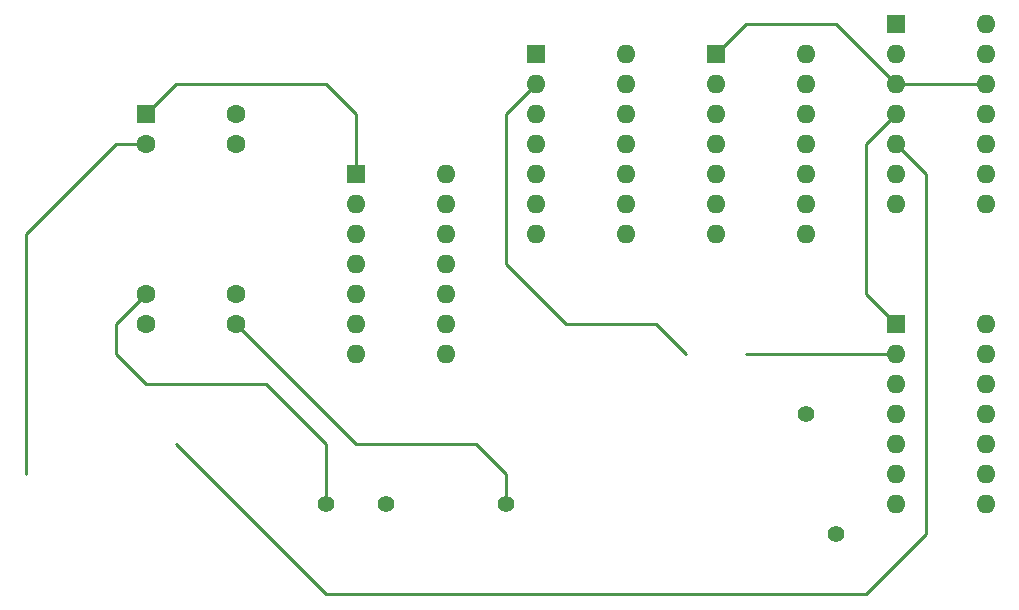
<source format=gbr>
%TF.GenerationSoftware,KiCad,Pcbnew,7.0.1*%
%TF.CreationDate,2023-04-06T21:44:55+03:00*%
%TF.ProjectId,BSPD_large,42535044-5f6c-4617-9267-652e6b696361,rev?*%
%TF.SameCoordinates,Original*%
%TF.FileFunction,Copper,L2,Bot*%
%TF.FilePolarity,Positive*%
%FSLAX46Y46*%
G04 Gerber Fmt 4.6, Leading zero omitted, Abs format (unit mm)*
G04 Created by KiCad (PCBNEW 7.0.1) date 2023-04-06 21:44:55*
%MOMM*%
%LPD*%
G01*
G04 APERTURE LIST*
%TA.AperFunction,ComponentPad*%
%ADD10C,1.400000*%
%TD*%
%TA.AperFunction,ComponentPad*%
%ADD11R,1.600000X1.600000*%
%TD*%
%TA.AperFunction,ComponentPad*%
%ADD12O,1.600000X1.600000*%
%TD*%
%TA.AperFunction,ComponentPad*%
%ADD13C,1.600000*%
%TD*%
%TA.AperFunction,Conductor*%
%ADD14C,0.250000*%
%TD*%
G04 APERTURE END LIST*
D10*
%TO.P,TP4,1,1*%
%TO.N,Net-(C1-Pad2)*%
X114300000Y-83820000D03*
%TD*%
D11*
%TO.P,U1,1,CLK*%
%TO.N,unconnected-(U1-CLK-Pad1)*%
X157480000Y-43180000D03*
D12*
%TO.P,U1,2,PR*%
%TO.N,unconnected-(U1-PR-Pad2)*%
X157480000Y-45720000D03*
%TO.P,U1,3,CLR*%
%TO.N,Net-(U1-CLR-Pad3)*%
X157480000Y-48260000D03*
%TO.P,U1,4,J*%
%TO.N,Net-(U1-J-Pad4)*%
X157480000Y-50800000D03*
%TO.P,U1,5,VCC*%
%TO.N,VCC*%
X157480000Y-53340000D03*
%TO.P,U1,6,CLK*%
%TO.N,unconnected-(U1-CLK-Pad6)*%
X157480000Y-55880000D03*
%TO.P,U1,7,PR*%
%TO.N,unconnected-(U1-PR-Pad7)*%
X157480000Y-58420000D03*
%TO.P,U1,8,CLR*%
%TO.N,unconnected-(U1-CLR-Pad8)*%
X165100000Y-58420000D03*
%TO.P,U1,9,J*%
%TO.N,unconnected-(U1-J-Pad9)*%
X165100000Y-55880000D03*
%TO.P,U1,10,~{Q}*%
%TO.N,unconnected-(U1-~{Q}-Pad10)*%
X165100000Y-53340000D03*
%TO.P,U1,11,Q*%
%TO.N,unconnected-(U1-Q-Pad11)*%
X165100000Y-50800000D03*
%TO.P,U1,12,K*%
%TO.N,Net-(U1-CLR-Pad3)*%
X165100000Y-48260000D03*
%TO.P,U1,13,GND*%
%TO.N,unconnected-(U1-GND-Pad13)*%
X165100000Y-45720000D03*
%TO.P,U1,14,~{Q}*%
%TO.N,unconnected-(U1-~{Q}-Pad14)*%
X165100000Y-43180000D03*
%TD*%
D11*
%TO.P,U3,1*%
%TO.N,Net-(R5-Pad2)*%
X111760000Y-55880000D03*
D12*
%TO.P,U3,2*%
%TO.N,Net-(R6-Pad2)*%
X111760000Y-58420000D03*
%TO.P,U3,3*%
%TO.N,Net-(D2-A)*%
X111760000Y-60960000D03*
%TO.P,U3,4*%
%TO.N,N/C*%
X111760000Y-63500000D03*
%TO.P,U3,5*%
X111760000Y-66040000D03*
%TO.P,U3,6*%
X111760000Y-68580000D03*
%TO.P,U3,7*%
X111760000Y-71120000D03*
%TO.P,U3,8*%
X119380000Y-71120000D03*
%TO.P,U3,9*%
X119380000Y-68580000D03*
%TO.P,U3,10*%
X119380000Y-66040000D03*
%TO.P,U3,11*%
X119380000Y-63500000D03*
%TO.P,U3,12*%
X119380000Y-60960000D03*
%TO.P,U3,13*%
X119380000Y-58420000D03*
%TO.P,U3,14*%
X119380000Y-55880000D03*
%TD*%
D11*
%TO.P,U4,1*%
%TO.N,Net-(D2-A)*%
X127000000Y-45720000D03*
D12*
%TO.P,U4,2*%
%TO.N,Net-(D1-A)*%
X127000000Y-48260000D03*
%TO.P,U4,3*%
%TO.N,N/C*%
X127000000Y-50800000D03*
%TO.P,U4,4*%
X127000000Y-53340000D03*
%TO.P,U4,5*%
X127000000Y-55880000D03*
%TO.P,U4,6*%
X127000000Y-58420000D03*
%TO.P,U4,7*%
X127000000Y-60960000D03*
%TO.P,U4,8*%
X134620000Y-60960000D03*
%TO.P,U4,9*%
X134620000Y-58420000D03*
%TO.P,U4,10*%
X134620000Y-55880000D03*
%TO.P,U4,11*%
X134620000Y-53340000D03*
%TO.P,U4,12*%
X134620000Y-50800000D03*
%TO.P,U4,13*%
X134620000Y-48260000D03*
%TO.P,U4,14*%
X134620000Y-45720000D03*
%TD*%
D11*
%TO.P,U2,1*%
%TO.N,Net-(R5-Pad2)*%
X93980000Y-50800000D03*
D13*
%TO.P,U2,2,-*%
%TO.N,Net-(U2A--)*%
X93980000Y-53340000D03*
%TO.P,U2,3,+*%
%TO.N,Net-(U2A-+)*%
X93980000Y-66040000D03*
%TO.P,U2,4*%
%TO.N,N/C*%
X93980000Y-68580000D03*
%TO.P,U2,5,+*%
%TO.N,Net-(U2B-+)*%
X101600000Y-68580000D03*
%TO.P,U2,6,-*%
%TO.N,Net-(U2B--)*%
X101600000Y-66040000D03*
%TO.P,U2,7*%
%TO.N,Net-(R6-Pad2)*%
X101600000Y-53340000D03*
%TO.P,U2,8*%
%TO.N,N/C*%
X101600000Y-50800000D03*
%TD*%
D11*
%TO.P,U6,1*%
%TO.N,Net-(U1-J-Pad4)*%
X157480000Y-68580000D03*
D12*
%TO.P,U6,2,-*%
%TO.N,Net-(D1-K)*%
X157480000Y-71120000D03*
%TO.P,U6,3,+*%
%TO.N,Net-(U6A-+)*%
X157480000Y-73660000D03*
%TO.P,U6,4*%
%TO.N,N/C*%
X157480000Y-76200000D03*
%TO.P,U6,5*%
X157480000Y-78740000D03*
%TO.P,U6,6*%
X157480000Y-81280000D03*
%TO.P,U6,7*%
X157480000Y-83820000D03*
%TO.P,U6,8*%
X165100000Y-83820000D03*
%TO.P,U6,9*%
X165100000Y-81280000D03*
%TO.P,U6,10*%
X165100000Y-78740000D03*
%TO.P,U6,11*%
X165100000Y-76200000D03*
%TO.P,U6,12*%
X165100000Y-73660000D03*
%TO.P,U6,13*%
X165100000Y-71120000D03*
%TO.P,U6,14*%
X165100000Y-68580000D03*
%TD*%
D10*
%TO.P,TP1,1,1*%
%TO.N,Net-(U2A-+)*%
X109220000Y-83820000D03*
%TD*%
%TO.P,TP2,1,1*%
%TO.N,Net-(R11-Pad1)*%
X149860000Y-76200000D03*
%TD*%
%TO.P,TP3,1,1*%
%TO.N,Net-(U2B-+)*%
X124460000Y-83820000D03*
%TD*%
%TO.P,TP5,1,1*%
%TO.N,Net-(R14-Pad2)*%
X152400000Y-86360000D03*
%TD*%
D11*
%TO.P,U5,1*%
%TO.N,Net-(U1-CLR-Pad3)*%
X142240000Y-45715000D03*
D12*
%TO.P,U5,2,-*%
%TO.N,Net-(D2-K)*%
X142240000Y-48255000D03*
%TO.P,U5,3,+*%
%TO.N,Net-(U5A-+)*%
X142240000Y-50795000D03*
%TO.P,U5,4*%
%TO.N,N/C*%
X142240000Y-53335000D03*
%TO.P,U5,5*%
X142240000Y-55875000D03*
%TO.P,U5,6*%
X142240000Y-58415000D03*
%TO.P,U5,7*%
X142240000Y-60955000D03*
%TO.P,U5,8*%
X149860000Y-60955000D03*
%TO.P,U5,9*%
X149860000Y-58415000D03*
%TO.P,U5,10*%
X149860000Y-55875000D03*
%TO.P,U5,11*%
X149860000Y-53335000D03*
%TO.P,U5,12*%
X149860000Y-50795000D03*
%TO.P,U5,13*%
X149860000Y-48255000D03*
%TO.P,U5,14*%
X149860000Y-45715000D03*
%TD*%
D14*
%TO.N,Net-(R5-Pad2)*%
X111760000Y-50800000D02*
X111760000Y-55880000D01*
X96520000Y-48260000D02*
X109220000Y-48260000D01*
X109220000Y-48260000D02*
X111760000Y-50800000D01*
X93980000Y-50800000D02*
X96520000Y-48260000D01*
%TO.N,Net-(U2A--)*%
X91440000Y-53340000D02*
X83820000Y-60960000D01*
X83820000Y-60960000D02*
X83820000Y-81280000D01*
X93980000Y-53340000D02*
X91440000Y-53340000D01*
%TO.N,VCC*%
X157480000Y-53340000D02*
X160020000Y-55880000D01*
X154940000Y-91440000D02*
X109220000Y-91440000D01*
X160020000Y-86360000D02*
X157480000Y-88900000D01*
X157480000Y-88900000D02*
X154940000Y-91440000D01*
X160020000Y-55880000D02*
X160020000Y-86360000D01*
X109220000Y-91440000D02*
X96520000Y-78740000D01*
%TO.N,Net-(D1-A)*%
X137160000Y-68580000D02*
X139700000Y-71120000D01*
X129540000Y-68580000D02*
X137160000Y-68580000D01*
X127000000Y-48260000D02*
X124460000Y-50800000D01*
X124460000Y-63500000D02*
X129540000Y-68580000D01*
X124460000Y-50800000D02*
X124460000Y-63500000D01*
%TO.N,Net-(D1-K)*%
X157480000Y-71120000D02*
X152400000Y-71120000D01*
X152400000Y-71120000D02*
X144780000Y-71120000D01*
%TO.N,Net-(U2A-+)*%
X109220000Y-78740000D02*
X109220000Y-83820000D01*
X91440000Y-71120000D02*
X93980000Y-73660000D01*
X93980000Y-66040000D02*
X91440000Y-68580000D01*
X91440000Y-68580000D02*
X91440000Y-71120000D01*
X104140000Y-73660000D02*
X109220000Y-78740000D01*
X93980000Y-73660000D02*
X104140000Y-73660000D01*
%TO.N,Net-(U2B-+)*%
X121920000Y-78740000D02*
X124460000Y-81280000D01*
X101600000Y-68580000D02*
X111760000Y-78740000D01*
X111760000Y-78740000D02*
X121920000Y-78740000D01*
X124460000Y-81280000D02*
X124460000Y-83820000D01*
%TO.N,Net-(U1-CLR-Pad3)*%
X142245000Y-45715000D02*
X144780000Y-43180000D01*
X157480000Y-48260000D02*
X165100000Y-48260000D01*
X144780000Y-43180000D02*
X152400000Y-43180000D01*
X142240000Y-45715000D02*
X142245000Y-45715000D01*
X152400000Y-43180000D02*
X157480000Y-48260000D01*
%TO.N,Net-(U1-J-Pad4)*%
X154940000Y-53340000D02*
X154940000Y-66040000D01*
X154940000Y-66040000D02*
X157480000Y-68580000D01*
X157480000Y-50800000D02*
X154940000Y-53340000D01*
%TD*%
M02*

</source>
